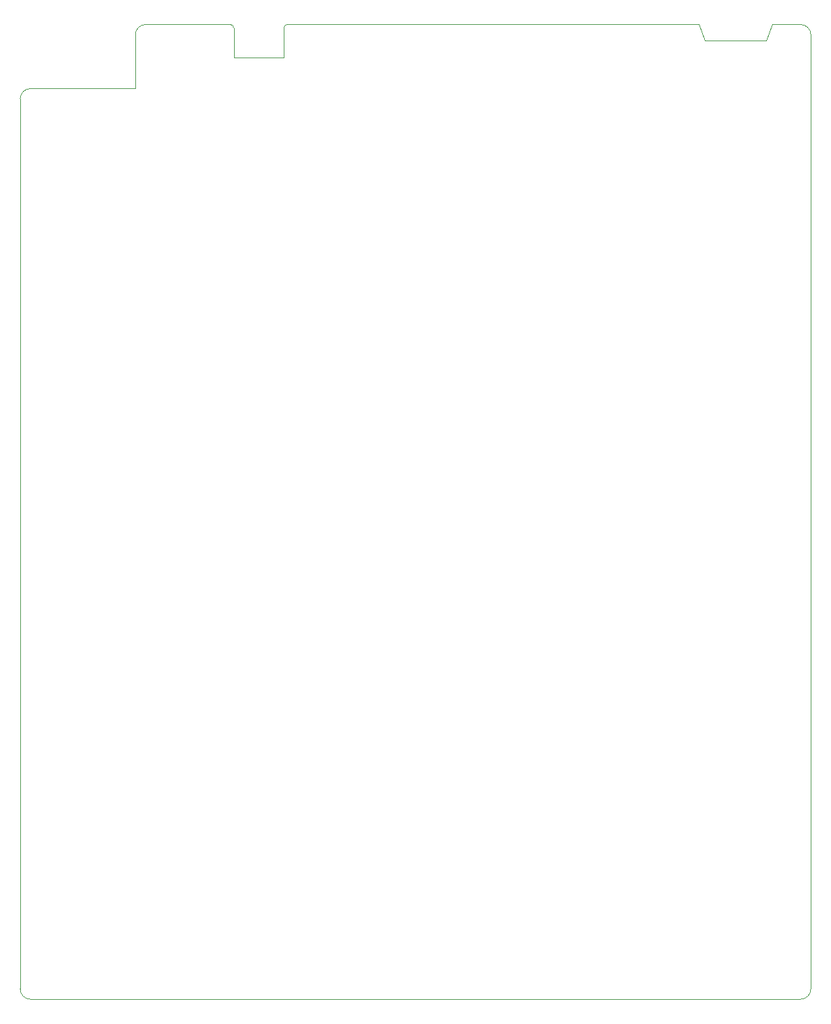
<source format=gbr>
G04 #@! TF.GenerationSoftware,KiCad,Pcbnew,(5.1.5)-3*
G04 #@! TF.CreationDate,2021-03-06T02:21:54+09:00*
G04 #@! TF.ProjectId,Getta25,47657474-6132-4352-9e6b-696361645f70,rev?*
G04 #@! TF.SameCoordinates,Original*
G04 #@! TF.FileFunction,Profile,NP*
%FSLAX46Y46*%
G04 Gerber Fmt 4.6, Leading zero omitted, Abs format (unit mm)*
G04 Created by KiCad (PCBNEW (5.1.5)-3) date 2021-03-06 02:21:54*
%MOMM*%
%LPD*%
G04 APERTURE LIST*
%ADD10C,0.100000*%
G04 APERTURE END LIST*
D10*
X50562500Y-10212500D02*
G75*
G02X51000000Y-10675000I-12500J-450000D01*
G01*
X57500000Y-10662500D02*
G75*
G02X57950000Y-10212500I450000J0D01*
G01*
X23343000Y-19840000D02*
G75*
G02X24683000Y-18500000I1340000J0D01*
G01*
X57500000Y-14500000D02*
X57500000Y-10662500D01*
X51000000Y-14500000D02*
X57500000Y-14500000D01*
X51000000Y-10675000D02*
X51000000Y-14500000D01*
X38250000Y-18500000D02*
X38250000Y-11552500D01*
X24683000Y-18500000D02*
X38250000Y-18500000D01*
X112000000Y-12250000D02*
X111250000Y-10212500D01*
X120000000Y-12250000D02*
X112000000Y-12250000D01*
X120750000Y-10212500D02*
X120000000Y-12250000D01*
X57950000Y-10212500D02*
X111250000Y-10212500D01*
X120750000Y-10212500D02*
X124397500Y-10212500D01*
X23343750Y-19840000D02*
X23343750Y-135078750D01*
X39590000Y-10212500D02*
X50562500Y-10212500D01*
X38250000Y-11552500D02*
G75*
G02X39590000Y-10212500I1340000J0D01*
G01*
X124397500Y-10212500D02*
G75*
G02X125737500Y-11552500I0J-1340000D01*
G01*
X125737500Y-11552500D02*
X125737500Y-135078750D01*
X24683750Y-136418750D02*
X124397500Y-136418750D01*
X125737500Y-135078750D02*
G75*
G02X124397500Y-136418750I-1340000J0D01*
G01*
X24683750Y-136418750D02*
G75*
G02X23343750Y-135078750I0J1340000D01*
G01*
M02*

</source>
